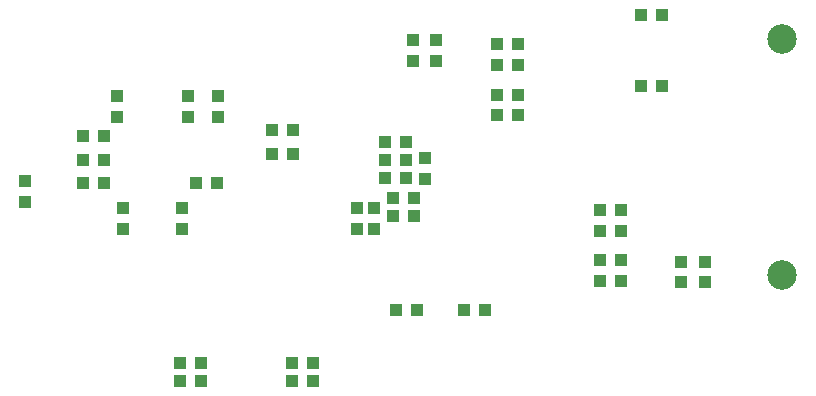
<source format=gbp>
G04 #@! TF.GenerationSoftware,KiCad,Pcbnew,5.0.0-rc3-6a2723a~65~ubuntu18.04.1*
G04 #@! TF.CreationDate,2018-07-21T07:19:33+00:00*
G04 #@! TF.ProjectId,glasgow,676C6173676F772E6B696361645F7063,rev?*
G04 #@! TF.SameCoordinates,Original*
G04 #@! TF.FileFunction,Paste,Bot*
G04 #@! TF.FilePolarity,Positive*
%FSLAX46Y46*%
G04 Gerber Fmt 4.6, Leading zero omitted, Abs format (unit mm)*
G04 Created by KiCad (PCBNEW 5.0.0-rc3-6a2723a~65~ubuntu18.04.1) date Sat Jul 21 07:19:33 2018*
%MOMM*%
%LPD*%
G01*
G04 APERTURE LIST*
%ADD10R,1.000000X0.995000*%
%ADD11R,0.995000X1.000000*%
%ADD12C,2.500000*%
G04 APERTURE END LIST*
D10*
G04 #@! TO.C,C8*
X58450000Y-97037500D03*
X58450000Y-98812500D03*
G04 #@! TD*
D11*
G04 #@! TO.C,C30*
X100137500Y-89750000D03*
X98362500Y-89750000D03*
G04 #@! TD*
D10*
G04 #@! TO.C,R30*
X92250000Y-96887500D03*
X92250000Y-95112500D03*
G04 #@! TD*
G04 #@! TO.C,C34*
X93250000Y-86887500D03*
X93250000Y-85112500D03*
G04 #@! TD*
G04 #@! TO.C,C35*
X91250000Y-85112500D03*
X91250000Y-86887500D03*
G04 #@! TD*
D11*
G04 #@! TO.C,C36*
X110612500Y-89000000D03*
X112387500Y-89000000D03*
G04 #@! TD*
G04 #@! TO.C,C38*
X112387500Y-83000000D03*
X110612500Y-83000000D03*
G04 #@! TD*
G04 #@! TO.C,C47*
X108887500Y-103750000D03*
X107112500Y-103750000D03*
G04 #@! TD*
G04 #@! TO.C,C46*
X107112500Y-105500000D03*
X108887500Y-105500000D03*
G04 #@! TD*
G04 #@! TO.C,C45*
X95612500Y-108000000D03*
X97387500Y-108000000D03*
G04 #@! TD*
G04 #@! TO.C,C43*
X91637500Y-108000000D03*
X89862500Y-108000000D03*
G04 #@! TD*
D10*
G04 #@! TO.C,C42*
X116000000Y-105637500D03*
X116000000Y-103862500D03*
G04 #@! TD*
G04 #@! TO.C,C41*
X114000000Y-103862500D03*
X114000000Y-105637500D03*
G04 #@! TD*
D11*
G04 #@! TO.C,C40*
X100137500Y-87250000D03*
X98362500Y-87250000D03*
G04 #@! TD*
G04 #@! TO.C,C39*
X100137500Y-85450000D03*
X98362500Y-85450000D03*
G04 #@! TD*
D12*
G04 #@! TO.C,MK5*
X122500000Y-105000000D03*
G04 #@! TD*
G04 #@! TO.C,MK6*
X122500000Y-85000000D03*
G04 #@! TD*
D11*
G04 #@! TO.C,C33*
X89612500Y-98500000D03*
X91387500Y-98500000D03*
G04 #@! TD*
G04 #@! TO.C,C31*
X108887500Y-101250000D03*
X107112500Y-101250000D03*
G04 #@! TD*
G04 #@! TO.C,C32*
X107112500Y-99500000D03*
X108887500Y-99500000D03*
G04 #@! TD*
G04 #@! TO.C,C29*
X98362500Y-91500000D03*
X100137500Y-91500000D03*
G04 #@! TD*
G04 #@! TO.C,C22*
X79362500Y-92750000D03*
X81137500Y-92750000D03*
G04 #@! TD*
G04 #@! TO.C,C25*
X81137500Y-94750000D03*
X79362500Y-94750000D03*
G04 #@! TD*
G04 #@! TO.C,C24*
X90637500Y-95250000D03*
X88862500Y-95250000D03*
G04 #@! TD*
G04 #@! TO.C,C23*
X88862500Y-93750000D03*
X90637500Y-93750000D03*
G04 #@! TD*
G04 #@! TO.C,C19*
X89612500Y-100000000D03*
X91387500Y-100000000D03*
G04 #@! TD*
D10*
G04 #@! TO.C,C20*
X88000000Y-99362500D03*
X88000000Y-101137500D03*
G04 #@! TD*
G04 #@! TO.C,C21*
X86500000Y-101137500D03*
X86500000Y-99362500D03*
G04 #@! TD*
D11*
G04 #@! TO.C,C16*
X82787500Y-112450000D03*
X81012500Y-112450000D03*
G04 #@! TD*
G04 #@! TO.C,C18*
X90637500Y-96750000D03*
X88862500Y-96750000D03*
G04 #@! TD*
G04 #@! TO.C,C17*
X82787500Y-113950000D03*
X81012500Y-113950000D03*
G04 #@! TD*
D10*
G04 #@! TO.C,C1*
X74750000Y-89862500D03*
X74750000Y-91637500D03*
G04 #@! TD*
D11*
G04 #@! TO.C,C15*
X73287500Y-113950000D03*
X71512500Y-113950000D03*
G04 #@! TD*
G04 #@! TO.C,C14*
X71512500Y-112450000D03*
X73287500Y-112450000D03*
G04 #@! TD*
D10*
G04 #@! TO.C,C10*
X71750000Y-101137500D03*
X71750000Y-99362500D03*
G04 #@! TD*
G04 #@! TO.C,C9*
X66250000Y-91637500D03*
X66250000Y-89862500D03*
G04 #@! TD*
G04 #@! TO.C,C7*
X72250000Y-91637500D03*
X72250000Y-89862500D03*
G04 #@! TD*
D11*
G04 #@! TO.C,C6*
X74637500Y-97250000D03*
X72862500Y-97250000D03*
G04 #@! TD*
G04 #@! TO.C,C5*
X65137500Y-93250000D03*
X63362500Y-93250000D03*
G04 #@! TD*
G04 #@! TO.C,C4*
X63362500Y-95250000D03*
X65137500Y-95250000D03*
G04 #@! TD*
G04 #@! TO.C,C3*
X65137500Y-97250000D03*
X63362500Y-97250000D03*
G04 #@! TD*
D10*
G04 #@! TO.C,C2*
X66750000Y-101137500D03*
X66750000Y-99362500D03*
G04 #@! TD*
M02*

</source>
